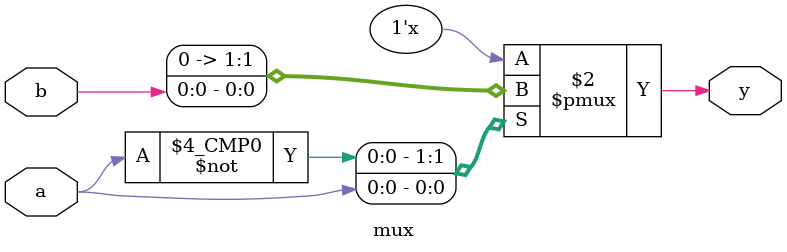
<source format=v>
module mux(a,b,y);
input a,b;
output reg y;
always@*begin
case(a)
1'b0:begin y=0;end
1'b1:begin y=b;end
endcase
end
endmodule
</source>
